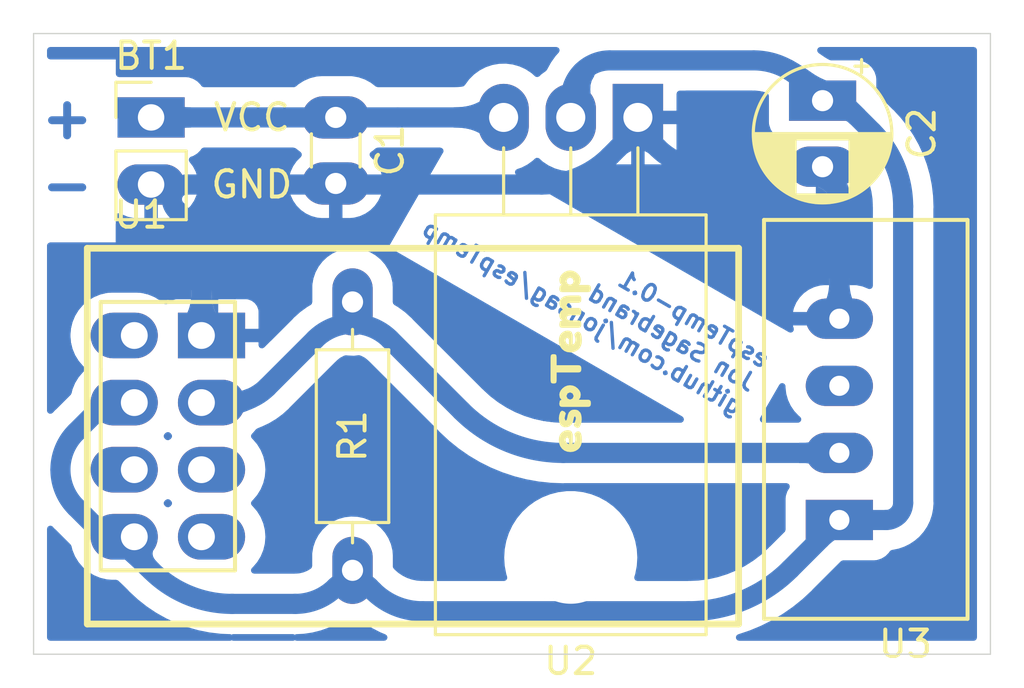
<source format=kicad_pcb>
(kicad_pcb (version 20211014) (generator pcbnew)
  (title_block (title "espTemp") (date "2022-12-15") (rev "0.1"))
  (layers (0 "F.Cu" signal) (31 "B.Cu" signal) (34 "B.Paste" user) (35 "F.Paste" user) (36 "B.SilkS" user "B.Silkscreen") (37 "F.SilkS" user "F.Silkscreen") (38 "B.Mask" user) (39 "F.Mask" user) (44 "Edge.Cuts" user))
  (net 0 "")
  (net 1 "GND")
  (net 2 "Net-(BT1-Pad1)")
  (net 3 "+3V3")
  (net 8 "TempSignal")
  (footprint "My_Headers:2-pin_power_input_header_larger_pads" (layer "F.Cu") (at 138.43 76.835)
    (fp_text reference "BT1" (at 0 -2.33) (layer "F.SilkS"))
    (fp_text value "3.6V" hide)
    (fp_text user "GND" (at 3.81 2.54) (layer "F.SilkS"))
    (fp_text user "VCC" (at 3.81 0) (layer "F.SilkS"))
    (fp_line (start -1.33 1.27) (end 1.33 1.27) (layer "F.SilkS") (width 0.12))
    (fp_line (start -1.33 1.27) (end -1.33 3.87) (layer "F.SilkS") (width 0.12))
    (fp_line (start -1.33 3.87) (end 1.33 3.87) (layer "F.SilkS") (width 0.12))
    (fp_line (start -1.33 0) (end -1.33 -1.33) (layer "F.SilkS") (width 0.12))
    (fp_line (start -1.33 -1.33) (end 0 -1.33) (layer "F.SilkS") (width 0.12))
    (fp_line (start 1.33 1.27) (end 1.33 3.87) (layer "F.SilkS") (width 0.12))
    (pad "1" thru_hole rect locked (at 0 0) (size 2.54 1.524) (drill 1) (layers *.Cu *.Mask) (net 2 "Net-(BT1-Pad1)"))
    (pad "2" thru_hole oval locked (at 0 2.54) (size 2.54 1.524) (drill 1) (layers *.Cu *.Mask) (net 1 "GND"))
  )
  (footprint "My_Misc:C_Disc_D3.0mm_W1.6mm_P2.50mm_larg" (layer "F.Cu") (at 145.415 76.835 -90)
    (fp_text reference "C1" (at 1.25 -2.05 90) (layer "F.SilkS"))
    (fp_text value "100n")
    (fp_line (start 0.621 0.92) (end 1.879 0.92) (layer "F.SilkS") (width 0.12))
    (fp_line (start 0.621 -0.92) (end 1.879 -0.92) (layer "F.SilkS") (width 0.12))
    (pad "1" thru_hole oval locked (at 0 0 270) (size 1.6 2.54) (drill 0.8) (layers *.Cu *.Mask) (net 2 "Net-(BT1-Pad1)"))
    (pad "2" thru_hole oval locked (at 2.5 0 270) (size 1.6 2.54) (drill 0.8) (layers *.Cu *.Mask) (net 1 "GND"))
  )
  (footprint "My_Misc:R_Axial_DIN0207_L6.3mm_D2.5mm_P10.16mm_Horizontal_larger_pads" (layer "F.Cu") (at 146.05 93.98 90)
    (fp_text reference "R1" (at 5.08 0 90) (layer "F.SilkS"))
    (fp_text value "4.7k" hide)
    (fp_line (start 1.04 0) (end 1.81 0) (layer "F.SilkS") (width 0.12))
    (fp_line (start 8.35 1.37) (end 8.35 -1.37) (layer "F.SilkS") (width 0.12))
    (fp_line (start 9.12 0) (end 8.35 0) (layer "F.SilkS") (width 0.12))
    (fp_line (start 1.81 1.37) (end 8.35 1.37) (layer "F.SilkS") (width 0.12))
    (fp_line (start 1.81 -1.37) (end 1.81 1.37) (layer "F.SilkS") (width 0.12))
    (fp_line (start 8.35 -1.37) (end 1.81 -1.37) (layer "F.SilkS") (width 0.12))
    (pad "1" thru_hole oval (at 0 0 90) (size 2.54 1.524) (drill 0.8) (layers *.Cu *.Mask) (net 3 "+3V3"))
    (pad "2" thru_hole oval (at 10.16 0 90) (size 2.54 1.524) (drill 0.8) (layers *.Cu *.Mask) (net 8 "TempSignal"))
  )
  (footprint "My_Arduino:ESP-01_w_pin_socket_large" (layer "F.Cu") (at 137.795 85.09)
    (fp_text reference "U1" (at 0.254 -4.572) (layer "F.SilkS"))
    (fp_text value "ESP-01")
    (fp_line (start -1.778 10.922) (end -1.778 -3.302) (layer "F.SilkS") (width 0.254))
    (fp_line (start 22.86 10.922) (end -1.778 10.922) (layer "F.SilkS") (width 0.254))
    (fp_line (start 3.81 8.89) (end 3.81 -1.27) (layer "F.SilkS") (width 0.1524))
    (fp_line (start -1.778 -3.302) (end 22.86 -3.302) (layer "F.SilkS") (width 0.254))
    (fp_line (start -1.27 8.89) (end 3.81 8.89) (layer "F.SilkS") (width 0.1524))
    (fp_line (start -1.27 1.27) (end -1.27 8.89) (layer "F.SilkS") (width 0.1524))
    (fp_line (start 1.27 -1.27) (end -1.27 -1.27) (layer "F.SilkS") (width 0.1524))
    (fp_line (start 22.86 -3.302) (end 22.86 10.922) (layer "F.SilkS") (width 0.254))
    (fp_line (start -1.27 -1.27) (end -1.27 1.27) (layer "F.SilkS") (width 0.1524))
    (fp_line (start 3.81 -1.27) (end 1.27 -1.27) (layer "F.SilkS") (width 0.1524))
    (pad "1" thru_hole rect (at 2.54 0) (size 2.54 1.7272) (drill 1.016 (offset 0.381 0)) (layers *.Cu *.Mask) (net 1 "GND"))
    (pad "2" thru_hole oval (at 0 0) (size 2.54 1.7272) (drill 1.016 (offset -0.381 0)) (layers *.Cu *.Mask))
    (pad "3" thru_hole oval (at 2.54 2.54) (size 2.54 1.7272) (drill 1.016 (offset 0.381 0)) (layers *.Cu *.Mask) (net 8 "TempSignal"))
    (pad "4" thru_hole oval (at 0 2.54) (size 2.54 1.7272) (drill 1.016 (offset -0.381 0)) (layers *.Cu *.Mask) (net 3 "+3V3"))
    (pad "5" thru_hole oval (at 2.54 5.08) (size 2.54 1.7272) (drill 1.016 (offset 0.381 0)) (layers *.Cu *.Mask))
    (pad "6" thru_hole oval (at 0 5.08) (size 2.54 1.7272) (drill 1.016 (offset -0.381 0)) (layers *.Cu *.Mask))
    (pad "7" thru_hole oval (at 2.54 7.62) (size 2.54 1.7272) (drill 1.016 (offset 0.381 0)) (layers *.Cu *.Mask))
    (pad "8" thru_hole oval (at 0 7.62) (size 2.54 1.7272) (drill 1.016 (offset -0.381 0)) (layers *.Cu *.Mask) (net 3 "+3V3"))
  )
  (footprint "My_Misc:TO-220-3_Horizontal_TabDown_large" (layer "F.Cu") (at 156.845 76.835 180)
    (fp_text reference "U2" (at 2.54 -20.58 180) (layer "F.SilkS"))
    (fp_text value "LD1117S33TR_SOT223" hide)
    (fp_line (start 7.66 -19.58) (end 7.66 -3.69) (layer "F.SilkS") (width 0.12))
    (fp_line (start 2.54 -3.69) (end 2.54 -1.15) (layer "F.SilkS") (width 0.12))
    (fp_line (start 0 -3.69) (end 0 -1.15) (layer "F.SilkS") (width 0.12))
    (fp_line (start -2.58 -19.58) (end -2.58 -3.69) (layer "F.SilkS") (width 0.12))
    (fp_line (start -2.58 -19.58) (end 7.66 -19.58) (layer "F.SilkS") (width 0.12))
    (fp_line (start -2.58 -3.69) (end 7.66 -3.69) (layer "F.SilkS") (width 0.12))
    (fp_line (start 5.08 -3.69) (end 5.08 -1.15) (layer "F.SilkS") (width 0.12))
    (pad "" np_thru_hole oval (at 2.54 -16.66 180) (size 3.5 3.5) (drill 3.5) (layers *.Cu *.Mask))
    (pad "1" thru_hole rect (at 0 0 180) (size 1.905 2.54) (drill 1.1) (layers *.Cu *.Mask) (net 1 "GND"))
    (pad "2" thru_hole oval (at 2.54 0 180) (size 1.905 2.54) (drill 1.1) (layers *.Cu *.Mask) (net 3 "+3V3"))
    (pad "3" thru_hole oval (at 5.08 0 180) (size 1.905 2.54) (drill 1.1) (layers *.Cu *.Mask) (net 2 "Net-(BT1-Pad1)"))
  )
  (footprint "My_Parts:DHT22,RHT03,CM2303_100mil_large" (layer "F.Cu") (at 164.465 92.075 180)
    (fp_text reference "U3" (at -2.5 -4.69) (layer "F.SilkS"))
    (fp_text value "DHT22,CM2303" hide)
    (fp_line (start 2.85 11.36) (end -4.85 11.36) (layer "F.SilkS") (width 0.15))
    (fp_line (start -4.85 11.36) (end -4.85 -3.74) (layer "F.SilkS") (width 0.15))
    (fp_line (start 2.85 -3.74) (end 2.85 11.36) (layer "F.SilkS") (width 0.15))
    (fp_line (start -4.85 -3.74) (end 2.85 -3.74) (layer "F.SilkS") (width 0.15))
    (pad "1" thru_hole rect locked (at 0 0 180) (size 2.54 1.524) (drill 0.762) (layers *.Cu *.Mask) (net 3 "+3V3"))
    (pad "2" thru_hole oval locked (at 0 2.54 180) (size 2.54 1.524) (drill 0.762) (layers *.Cu *.Mask) (net 8 "TempSignal"))
    (pad "3" thru_hole oval locked (at 0 5.08 180) (size 2.54 1.524) (drill 0.762) (layers *.Cu *.Mask))
    (pad "4" thru_hole oval locked (at 0 7.62 180) (size 2.54 1.524) (drill 0.762) (layers *.Cu *.Mask) (net 1 "GND"))
  )
  (footprint "kibuzzard-62077BA3" (layer "F.Cu") (at 154.305 86.065 90)
    (fp_text reference "kibuzzard-62077BA3" hide)
    (fp_text value "G***" hide)
    (fp_poly (pts (xy -2.497931 0.327025) (xy -2.528094 0.2667) (xy -2.513013 0.214709) (xy -2.467769 0.141288) (xy -2.411413 0.1143) (xy -2.305844 0.153194) (xy -2.185194 0.192088) (xy -2.112566 0.182563) (xy -2.088356 0.153988) (xy -2.114947 0.127794) (xy -2.194719 0.109538) (xy -2.294334 0.083741) (xy -2.393156 0.034925) (xy -2.469356 -0.054769) (xy -2.491978 -0.121642) (xy -2.499519 -0.200025) (xy -2.485739 -0.290322) (xy -2.444401 -0.360553) (xy -2.375503 -0.410718) (xy -2.279047 -0.440817) (xy -2.155031 -0.45085) (xy -2.040731 -0.437356) (xy -1.923256 -0.396875) (xy -1.867694 -0.333375) (xy -1.902619 -0.239713) (xy -1.974056 -0.18415) (xy -2.0447 -0.207963) (xy -2.156619 -0.231775) (xy -2.250281 -0.19685) (xy -2.223294 -0.157559) (xy -2.142331 -0.134938) (xy -2.039144 -0.1143) (xy -1.939131 -0.074613) (xy -1.862138 0.002381) (xy -1.83892 0.064095) (xy -1.831181 0.1397) (xy -1.83892 0.216098) (xy -1.862138 0.280194) (xy -1.948656 0.366713) (xy -2.022122 0.394053) (xy -2.107053 0.410457) (xy -2.20345 0.415925) (xy -2.304256 0.406047) (xy -2.402417 0.376414) (xy -2.497931 0.327025)) (layer "F.SilkS") (width 0) (fill solid))
    (fp_poly (pts (xy -1.727994 0.62865) (xy -1.413669 -0.119063) (xy -1.450181 -0.0254) (xy -1.412875 0.067469) (xy -1.317625 0.109538) (xy -1.2192 0.068263) (xy -1.178719 -0.0254) (xy -1.216819 -0.119856) (xy -1.316038 -0.161925) (xy -1.413669 -0.119063) (xy -1.727994 0.62865) (xy -1.727994 -0.29845) (xy -1.725613 -0.352425) (xy -1.712119 -0.392113) (xy -1.674416 -0.424259) (xy -1.605756 -0.434975) (xy -1.49225 -0.413544) (xy -1.458119 -0.350838) (xy -1.38053 -0.41275) (xy -1.268413 -0.433388) (xy -1.183658 -0.419806) (xy -1.101901 -0.37906) (xy -1.023144 -0.31115) (xy -0.958762 -0.225249) (xy -0.920133 -0.130528) (xy -0.907256 -0.026988) (xy -0.920044 0.076553) (xy -0.958409 0.171274) (xy -1.02235 0.257175) (xy -1.100755 0.325085) (xy -1.182511 0.365831) (xy -1.267619 0.379413) (xy -1.379934 0.361156) (xy -1.456531 0.306388) (xy -1.456531 0.627063) (xy -1.458913 0.681038) (xy -1.4732 0.721519) (xy -1.513681 0.754063) (xy -1.591469 0.763588) (xy -1.67005 0.754063) (xy -1.711325 0.722313) (xy -1.725613 0.682625) (xy -1.727994 0.62865)) (layer "F.SilkS") (width 0) (fill solid))
    (fp_poly (pts (xy -0.727869 -0.763588) (xy 0.154781 -0.763588) (xy 0.229394 -0.751681) (xy 0.261144 -0.714375) (xy 0.269081 -0.6477) (xy 0.261144 -0.581819) (xy 0.234156 -0.547688) (xy 0.153194 -0.5334) (xy -0.150019 -0.5334) (xy -0.150019 0.265113) (xy -0.1524 0.319088) (xy -0.166688 0.359569) (xy -0.208756 0.392113) (xy -0.288131 0.401638) (xy -0.366713 0.392113) (xy -0.407988 0.359569) (xy -0.422275 0.318294) (xy -0.424656 0.263525) (xy -0.424656 -0.5334) (xy -0.729456 -0.5334) (xy -0.804069 -0.545306) (xy -0.835819 -0.582613) (xy -0.843756 -0.649288) (xy -0.835819 -0.715169) (xy -0.808831 -0.7493) (xy -0.727869 -0.763588)) (layer "F.SilkS") (width 0) (fill solid))
    (fp_poly (pts (xy 1.007269 0.074613) (xy 0.827881 -0.06985) (xy 0.888206 -0.12065) (xy 0.860425 -0.179388) (xy 0.78105 -0.201613) (xy 0.678656 -0.159544) (xy 0.627856 -0.06985) (xy 0.827881 -0.06985) (xy 1.007269 0.074613) (xy 0.631031 0.074613) (xy 0.683419 0.149225) (xy 0.788194 0.179388) (xy 0.870347 0.174625) (xy 0.932656 0.160338) (xy 0.950119 0.153988) (xy 1.013619 0.136525) (xy 1.100931 0.207963) (xy 1.121569 0.280988) (xy 1.100435 0.342801) (xy 1.037034 0.386953) (xy 0.931366 0.413445) (xy 0.783431 0.422275) (xy 0.672505 0.412155) (xy 0.574675 0.381794) (xy 0.493514 0.334764) (xy 0.432594 0.274638) (xy 0.377031 0.185561) (xy 0.343694 0.089782) (xy 0.332581 -0.0127) (xy 0.346957 -0.137142) (xy 0.390084 -0.243769) (xy 0.461963 -0.332581) (xy 0.55536 -0.399168) (xy 0.663046 -0.43912) (xy 0.785019 -0.452438) (xy 0.888008 -0.442714) (xy 0.976313 -0.413544) (xy 1.049933 -0.364927) (xy 1.108869 -0.296863) (xy 1.14935 -0.210542) (xy 1.162844 -0.116681) (xy 1.150739 -0.03175) (xy 1.114425 0.027781) (xy 1.007269 0.074613)) (layer "F.SilkS") (width 0) (fill solid))
    (fp_poly (pts (xy -2.763044 0.074613) (xy -2.942431 -0.06985) (xy -2.882106 -0.12065) (xy -2.909888 -0.179388) (xy -2.989263 -0.201613) (xy -3.091656 -0.159544) (xy -3.142456 -0.06985) (xy -2.942431 -0.06985) (xy -2.763044 0.074613) (xy -3.139281 0.074613) (xy -3.086894 0.149225) (xy -2.982119 0.179388) (xy -2.899966 0.174625) (xy -2.837656 0.160338) (xy -2.820194 0.153988) (xy -2.756694 0.136525) (xy -2.669381 0.207963) (xy -2.648744 0.280988) (xy -2.669877 0.342801) (xy -2.733278 0.386953) (xy -2.838946 0.413445) (xy -2.986881 0.422275) (xy -3.097808 0.412155) (xy -3.195638 0.381794) (xy -3.276798 0.334764) (xy -3.337719 0.274638) (xy -3.393281 0.185561) (xy -3.426619 0.089782) (xy -3.437731 -0.0127) (xy -3.423356 -0.137142) (xy -3.380228 -0.243769) (xy -3.30835 -0.332581) (xy -3.214952 -0.399168) (xy -3.107267 -0.43912) (xy -2.985294 -0.452438) (xy -2.882305 -0.442714) (xy -2.794 -0.413544) (xy -2.72038 -0.364927) (xy -2.661444 -0.296863) (xy -2.620963 -0.210542) (xy -2.607469 -0.116681) (xy -2.619573 -0.03175) (xy -2.655888 0.027781) (xy -2.763044 0.074613)) (layer "F.SilkS") (width 0) (fill solid))
    (fp_poly (pts (xy 1.539081 -0.32385) (xy 1.621234 -0.408384) (xy 1.718469 -0.436563) (xy 1.817247 -0.421217) (xy 1.89768 -0.375179) (xy 1.959769 -0.29845) (xy 2.001838 -0.348456) (xy 2.080419 -0.405606) (xy 2.191544 -0.436563) (xy 2.308225 -0.412155) (xy 2.404269 -0.338931) (xy 2.451894 -0.259644) (xy 2.480469 -0.151959) (xy 2.489994 -0.015875) (xy 2.489994 0.261938) (xy 2.487613 0.316706) (xy 2.472531 0.358775) (xy 2.431653 0.390922) (xy 2.350294 0.401638) (xy 2.269728 0.390525) (xy 2.228056 0.357188) (xy 2.214563 0.315119) (xy 2.212181 0.26035) (xy 2.212181 -0.017463) (xy 2.187575 -0.121047) (xy 2.113756 -0.155575) (xy 2.03835 -0.119063) (xy 2.018506 -0.015875) (xy 2.018506 0.261938) (xy 2.016125 0.3175) (xy 2.001044 0.358775) (xy 1.958975 0.390922) (xy 1.877219 0.401638) (xy 1.796653 0.390525) (xy 1.754981 0.357188) (xy 1.741488 0.315119) (xy 1.739106 0.26035) (xy 1.739106 -0.017463) (xy 1.7145 -0.121047) (xy 1.640681 -0.155575) (xy 1.569244 -0.121047) (xy 1.545431 -0.017463) (xy 1.545431 0.263525) (xy 1.54305 0.318294) (xy 1.527969 0.360363) (xy 1.485106 0.391319) (xy 1.404144 0.401638) (xy 1.323578 0.390922) (xy 1.281906 0.358775) (xy 1.268413 0.3175) (xy 1.266031 0.261938) (xy 1.266031 -0.296863) (xy 1.268413 -0.351631) (xy 1.283494 -0.392113) (xy 1.323578 -0.424259) (xy 1.396206 -0.434975) (xy 1.512094 -0.4064) (xy 1.539081 -0.32385)) (layer "F.SilkS") (width 0) (fill solid))
    (fp_poly (pts (xy 2.616994 0.62865) (xy 2.931319 -0.119063) (xy 2.894806 -0.0254) (xy 2.932113 0.067469) (xy 3.027363 0.109538) (xy 3.125788 0.068263) (xy 3.166269 -0.0254) (xy 3.128169 -0.119856) (xy 3.02895 -0.161925) (xy 2.931319 -0.119063) (xy 2.616994 0.62865) (xy 2.616994 -0.29845) (xy 2.619375 -0.352425) (xy 2.632869 -0.392113) (xy 2.670572 -0.424259) (xy 2.739231 -0.434975) (xy 2.852738 -0.413544) (xy 2.886869 -0.350838) (xy 2.964458 -0.41275) (xy 3.076575 -0.433388) (xy 3.16133 -0.419806) (xy 3.243086 -0.37906) (xy 3.321844 -0.31115) (xy 3.386226 -0.225249) (xy 3.424855 -0.130528) (xy 3.437731 -0.026988) (xy 3.424943 0.076553) (xy 3.386578 0.171274) (xy 3.322638 0.257175) (xy 3.244233 0.325085) (xy 3.162476 0.365831) (xy 3.077369 0.379413) (xy 2.965053 0.361156) (xy 2.888456 0.306388) (xy 2.888456 0.627063) (xy 2.886075 0.681038) (xy 2.871788 0.721519) (xy 2.831306 0.754063) (xy 2.753519 0.763588) (xy 2.674938 0.754063) (xy 2.633663 0.722313) (xy 2.619375 0.682625) (xy 2.616994 0.62865)) (layer "F.SilkS") (width 0) (fill solid))
  )
  (footprint "My_Misc:CP_Radial_D5.0mm_P2.50mm_larger_pads" (layer "F.Cu") (at 163.83 76.2 -90)
    (fp_text reference "C2" (at 1.25 -3.75 90) (layer "F.SilkS"))
    (fp_text value "10u" hide)
    (fp_line (start 3.451 1.04) (end 3.451 1.383) (layer "F.SilkS") (width 0.12))
    (fp_line (start 2.851 1.04) (end 2.851 2.035) (layer "F.SilkS") (width 0.12))
    (fp_line (start 1.85 -2.511) (end 1.85 -1.04) (layer "F.SilkS") (width 0.12))
    (fp_line (start 1.61 -2.556) (end 1.61 -1.04) (layer "F.SilkS") (width 0.12))
    (fp_line (start 1.81 1.04) (end 1.81 2.52) (layer "F.SilkS") (width 0.12))
    (fp_line (start 3.011 1.04) (end 3.011 1.901) (layer "F.SilkS") (width 0.12))
    (fp_line (start 1.77 1.04) (end 1.77 2.528) (layer "F.SilkS") (width 0.12))
    (fp_line (start 1.57 1.04) (end 1.57 2.561) (layer "F.SilkS") (width 0.12))
    (fp_line (start 3.531 1.04) (end 3.531 1.251) (layer "F.SilkS") (width 0.12))
    (fp_line (start 3.131 -1.785) (end 3.131 -1.04) (layer "F.SilkS") (width 0.12))
    (fp_line (start 3.611 -1.098) (end 3.611 1.098) (layer "F.SilkS") (width 0.12))
    (fp_line (start 3.051 -1.864) (end 3.051 -1.04) (layer "F.SilkS") (width 0.12))
    (fp_line (start 2.811 -2.065) (end 2.811 -1.04) (layer "F.SilkS") (width 0.12))
    (fp_line (start 1.65 -2.55) (end 1.65 -1.04) (layer "F.SilkS") (width 0.12))
    (fp_line (start 1.89 -2.501) (end 1.89 -1.04) (layer "F.SilkS") (width 0.12))
    (fp_line (start 2.771 1.04) (end 2.771 2.095) (layer "F.SilkS") (width 0.12))
    (fp_line (start 3.771 -0.677) (end 3.771 0.677) (layer "F.SilkS") (width 0.12))
    (fp_line (start 2.251 -2.382) (end 2.251 -1.04) (layer "F.SilkS") (width 0.12))
    (fp_line (start 2.011 1.04) (end 2.011 2.468) (layer "F.SilkS") (width 0.12))
    (fp_line (start 2.611 -2.2) (end 2.611 -1.04) (layer "F.SilkS") (width 0.12))
    (fp_line (start 1.49 1.04) (end 1.49 2.569) (layer "F.SilkS") (width 0.12))
    (fp_line (start 1.29 -2.58) (end 1.29 2.58) (layer "F.SilkS") (width 0.12))
    (fp_line (start 2.411 -2.31) (end 2.411 -1.04) (layer "F.SilkS") (width 0.12))
    (fp_line (start 2.211 1.04) (end 2.211 2.398) (layer "F.SilkS") (width 0.12))
    (fp_line (start 1.77 -2.528) (end 1.77 -1.04) (layer "F.SilkS") (width 0.12))
    (fp_line (start 3.371 -1.5) (end 3.371 -1.04) (layer "F.SilkS") (width 0.12))
    (fp_line (start 2.331 -2.348) (end 2.331 -1.04) (layer "F.SilkS") (width 0.12))
    (fp_line (start 2.091 1.04) (end 2.091 2.442) (layer "F.SilkS") (width 0.12))
    (fp_line (start 3.371 1.04) (end 3.371 1.5) (layer "F.SilkS") (width 0.12))
    (fp_line (start 3.171 1.04) (end 3.171 1.743) (layer "F.SilkS") (width 0.12))
    (fp_line (start 3.691 -0.915) (end 3.691 0.915) (layer "F.SilkS") (width 0.12))
    (fp_line (start 2.211 -2.398) (end 2.211 -1.04) (layer "F.SilkS") (width 0.12))
    (fp_line (start 2.531 -2.247) (end 2.531 -1.04) (layer "F.SilkS") (width 0.12))
    (fp_line (start 2.771 -2.095) (end 2.771 -1.04) (layer "F.SilkS") (width 0.12))
    (fp_line (start 2.891 -2.004) (end 2.891 -1.04) (layer "F.SilkS") (width 0.12))
    (fp_line (start 2.691 1.04) (end 2.691 2.149) (layer "F.SilkS") (width 0.12))
    (fp_line (start 1.53 1.04) (end 1.53 2.565) (layer "F.SilkS") (width 0.12))
    (fp_line (start 2.051 1.04) (end 2.051 2.455) (layer "F.SilkS") (width 0.12))
    (fp_line (start 2.691 -2.149) (end 2.691 -1.04) (layer "F.SilkS") (width 0.12))
    (fp_line (start 3.291 1.04) (end 3.291 1.605) (layer "F.SilkS") (width 0.12))
    (fp_line (start 1.25 -2.58) (end 1.25 2.58) (layer "F.SilkS") (width 0.12))
    (fp_line (start 1.53 -2.565) (end 1.53 -1.04) (layer "F.SilkS") (width 0.12))
    (fp_line (start 2.291 -2.365) (end 2.291 -1.04) (layer "F.SilkS") (width 0.12))
    (fp_line (start 1.49 -2.569) (end 1.49 -1.04) (layer "F.SilkS") (width 0.12))
    (fp_line (start 1.61 1.04) (end 1.61 2.556) (layer "F.SilkS") (width 0.12))
    (fp_line (start 1.69 -2.543) (end 1.69 -1.04) (layer "F.SilkS") (width 0.12))
    (fp_line (start 3.011 -1.901) (end 3.011 -1.04) (layer "F.SilkS") (width 0.12))
    (fp_line (start 3.411 1.04) (end 3.411 1.443) (layer "F.SilkS") (width 0.12))
    (fp_line (start 3.331 1.04) (end 3.331 1.554) (layer "F.SilkS") (width 0.12))
    (fp_line (start 2.491 1.04) (end 2.491 2.268) (layer "F.SilkS") (width 0.12))
    (fp_line (start 1.93 -2.491) (end 1.93 -1.04) (layer "F.SilkS") (width 0.12))
    (fp_line (start 2.131 -2.428) (end 2.131 -1.04) (layer "F.SilkS") (width 0.12))
    (fp_line (start 1.33 -2.579) (end 1.33 2.579) (layer "F.SilkS") (width 0.12))
    (fp_line (start 1.971 -2.48) (end 1.971 -1.04) (layer "F.SilkS") (width 0.12))
    (fp_line (start 3.571 -1.178) (end 3.571 1.178) (layer "F.SilkS") (width 0.12))
    (fp_line (start 2.171 -2.414) (end 2.171 -1.04) (layer "F.SilkS") (width 0.12))
    (fp_line (start 2.451 -2.29) (end 2.451 -1.04) (layer "F.SilkS") (width 0.12))
    (fp_line (start 3.651 -1.011) (end 3.651 1.011) (layer "F.SilkS") (width 0.12))
    (fp_line (start 1.57 -2.561) (end 1.57 -1.04) (layer "F.SilkS") (width 0.12))
    (fp_line (start 3.211 -1.699) (end 3.211 -1.04) (layer "F.SilkS") (width 0.12))
    (fp_line (start 3.091 -1.826) (end 3.091 -1.04) (layer "F.SilkS") (width 0.12))
    (fp_line (start 3.051 1.04) (end 3.051 1.864) (layer "F.SilkS") (width 0.12))
    (fp_line (start 2.611 1.04) (end 2.611 2.2) (layer "F.SilkS") (width 0.12))
    (fp_line (start 3.291 -1.605) (end 3.291 -1.04) (layer "F.SilkS") (width 0.12))
    (fp_line (start 3.731 -0.805) (end 3.731 0.805) (layer "F.SilkS") (width 0.12))
    (fp_line (start 2.571 1.04) (end 2.571 2.224) (layer "F.SilkS") (width 0.12))
    (fp_line (start 3.811 -0.518) (end 3.811 0.518) (layer "F.SilkS") (width 0.12))
    (fp_line (start 2.651 1.04) (end 2.651 2.175) (layer "F.SilkS") (width 0.12))
    (fp_line (start 2.171 1.04) (end 2.171 2.414) (layer "F.SilkS") (width 0.12))
    (fp_line (start 3.091 1.04) (end 3.091 1.826) (layer "F.SilkS") (width 0.12))
    (fp_line (start -1.554775 -1.475) (end -1.054775 -1.475) (layer "F.SilkS") (width 0.12))
    (fp_line (start 2.491 -2.268) (end 2.491 -1.04) (layer "F.SilkS") (width 0.12))
    (fp_line (start 2.091 -2.442) (end 2.091 -1.04) (layer "F.SilkS") (width 0.12))
    (fp_line (start 1.45 -2.573) (end 1.45 2.573) (layer "F.SilkS") (width 0.12))
    (fp_line (start 1.971 1.04) (end 1.971 2.48) (layer "F.SilkS") (width 0.12))
    (fp_line (start 1.89 1.04) (end 1.89 2.501) (layer "F.SilkS") (width 0.12))
    (fp_line (start 2.971 1.04) (end 2.971 1.937) (layer "F.SilkS") (width 0.12))
    (fp_line (start 2.331 1.04) (end 2.331 2.348) (layer "F.SilkS") (width 0.12))
    (fp_line (start -1.304775 -1.725) (end -1.304775 -1.225) (layer "F.SilkS") (width 0.12))
    (fp_line (start 2.851 -2.035) (end 2.851 -1.04) (layer "F.SilkS") (width 0.12))
    (fp_line (start 3.211 1.04) (end 3.211 1.699) (layer "F.SilkS") (width 0.12))
    (fp_line (start 3.491 -1.319) (end 3.491 -1.04) (layer "F.SilkS") (width 0.12))
    (fp_line (start 2.291 1.04) (end 2.291 2.365) (layer "F.SilkS") (width 0.12))
    (fp_line (start 3.531 -1.251) (end 3.531 -1.04) (layer "F.SilkS") (width 0.12))
    (fp_line (start 1.73 -2.536) (end 1.73 -1.04) (layer "F.SilkS") (width 0.12))
    (fp_line (start 3.411 -1.443) (end 3.411 -1.04) (layer "F.SilkS") (width 0.12))
    (fp_line (start 2.251 1.04) (end 2.251 2.382) (layer "F.SilkS") (width 0.12))
    (fp_line (start 1.93 1.04) (end 1.93 2.491) (layer "F.SilkS") (width 0.12))
    (fp_line (start 2.011 -2.468) (end 2.011 -1.04) (layer "F.SilkS") (width 0.12))
    (fp_line (start 2.891 1.04) (end 2.891 2.004) (layer "F.SilkS") (width 0.12))
    (fp_line (start 1.73 1.04) (end 1.73 2.536) (layer "F.SilkS") (width 0.12))
    (fp_line (start 2.371 -2.329) (end 2.371 -1.04) (layer "F.SilkS") (width 0.12))
    (fp_line (start 1.69 1.04) (end 1.69 2.543) (layer "F.SilkS") (width 0.12))
    (fp_line (start 3.851 -0.284) (end 3.851 0.284) (layer "F.SilkS") (width 0.12))
    (fp_line (start 2.931 -1.971) (end 2.931 -1.04) (layer "F.SilkS") (width 0.12))
    (fp_line (start 3.251 1.04) (end 3.251 1.653) (layer "F.SilkS") (width 0.12))
    (fp_line (start 2.971 -1.937) (end 2.971 -1.04) (layer "F.SilkS") (width 0.12))
    (fp_line (start 1.41 -2.576) (end 1.41 2.576) (layer "F.SilkS") (width 0.12))
    (fp_line (start 1.85 1.04) (end 1.85 2.511) (layer "F.SilkS") (width 0.12))
    (fp_line (start 3.131 1.04) (end 3.131 1.785) (layer "F.SilkS") (width 0.12))
    (fp_line (start 2.811 1.04) (end 2.811 2.065) (layer "F.SilkS") (width 0.12))
    (fp_line (start 2.531 1.04) (end 2.531 2.247) (layer "F.SilkS") (width 0.12))
    (fp_line (start 2.451 1.04) (end 2.451 2.29) (layer "F.SilkS") (width 0.12))
    (fp_line (start 3.331 -1.554) (end 3.331 -1.04) (layer "F.SilkS") (width 0.12))
    (fp_line (start 3.171 -1.743) (end 3.171 -1.04) (layer "F.SilkS") (width 0.12))
    (fp_line (start 3.251 -1.653) (end 3.251 -1.04) (layer "F.SilkS") (width 0.12))
    (fp_line (start 2.411 1.04) (end 2.411 2.31) (layer "F.SilkS") (width 0.12))
    (fp_line (start 1.81 -2.52) (end 1.81 -1.04) (layer "F.SilkS") (width 0.12))
    (fp_line (start 2.931 1.04) (end 2.931 1.971) (layer "F.SilkS") (width 0.12))
    (fp_line (start 1.37 -2.578) (end 1.37 2.578) (layer "F.SilkS") (width 0.12))
    (fp_line (start 3.491 1.04) (end 3.491 1.319) (layer "F.SilkS") (width 0.12))
    (fp_line (start 2.731 -2.122) (end 2.731 -1.04) (layer "F.SilkS") (width 0.12))
    (fp_line (start 2.051 -2.455) (end 2.051 -1.04) (layer "F.SilkS") (width 0.12))
    (fp_line (start 3.451 -1.383) (end 3.451 -1.04) (layer "F.SilkS") (width 0.12))
    (fp_line (start 2.731 1.04) (end 2.731 2.122) (layer "F.SilkS") (width 0.12))
    (fp_line (start 2.371 1.04) (end 2.371 2.329) (layer "F.SilkS") (width 0.12))
    (fp_line (start 2.571 -2.224) (end 2.571 -1.04) (layer "F.SilkS") (width 0.12))
    (fp_line (start 1.65 1.04) (end 1.65 2.55) (layer "F.SilkS") (width 0.12))
    (fp_line (start 2.131 1.04) (end 2.131 2.428) (layer "F.SilkS") (width 0.12))
    (fp_line (start 2.651 -2.175) (end 2.651 -1.04) (layer "F.SilkS") (width 0.12))
    (fp_circle (center 1.25 0) (end 3.87 0) (layer "F.SilkS") (width 0.12) (fill none))
    (pad "1" thru_hole rect (at 0 0 270) (size 1.524 2.54) (drill 0.8) (layers *.Cu *.Mask) (net 3 "+3V3"))
    (pad "2" thru_hole oval (at 2.5 0 270) (size 1.524 2.54) (drill 0.8) (layers *.Cu *.Mask) (net 1 "GND"))
  )
  (gr_line (start 170.18 97.155) (end 170.18 73.66) (layer "Edge.Cuts") (width 0.05))
  (gr_line (start 133.985 73.66) (end 133.985 97.155) (layer "Edge.Cuts") (width 0.05))
  (gr_line (start 170.18 73.66) (end 133.985 73.66) (layer "Edge.Cuts") (width 0.05))
  (gr_line (start 133.985 97.155) (end 170.18 97.155) (layer "Edge.Cuts") (width 0.05))
  (gr_text "-" (at 135.255 79.375) (layer "B.Cu") (effects (font (size 1.5 1.5) (thickness 0.3)) (justify mirror)))
  (gr_text "${TITLE}-${REVISION}\nJon Sagebrand\ngithub.com/jonsag/espTemp" (at 161.29 86.995 -30) (layer "B.Cu") (effects (font (size 0.635 0.635) (thickness 0.127)) (justify left mirror)))
  (gr_text "+" (at 135.255 76.835) (layer "B.Cu") (effects (font (size 1.5 1.5) (thickness 0.3)) (justify mirror)))
  (segment (start 147.758144 79.375) (end 143.071856 79.375) (width 0.762) (layer "B.Cu") (net 1))
  (segment (start 147.758144 79.375) (end 153.205601 79.375) (width 0.762) (layer "B.Cu") (net 1))
  (segment (start 140.335 82.627038) (end 140.335 85.09) (width 0.762) (layer "B.Cu") (net 1))
  (segment (start 143.071856 79.375) (end 139.777038 79.375) (width 0.762) (layer "B.Cu") (net 1))
  (segment (start 156.096545 77.991545) (end 155.779045 78.309045) (width 0.762) (layer "B.Cu") (net 1))
  (segment (start 159.400385 78.74) (end 163.380987 78.74) (width 0.762) (layer "B.Cu") (net 1))
  (segment (start 164.465 79.824012) (end 164.465 84.455) (width 0.762) (layer "B.Cu") (net 1))
  (arc (start 139.3825 80.3275) (mid 140.087453 81.382537) (end 140.335 82.627038) (width 0.762) (layer "B.Cu") (net 1))
  (arc (start 164.1475 79.0575) (mid 164.382484 79.409178) (end 164.465 79.824012) (width 0.762) (layer "B.Cu") (net 1))
  (arc (start 157.593455 77.991545) (mid 158.422481 78.545482) (end 159.400385 78.74) (width 0.762) (layer "B.Cu") (net 1))
  (arc (start 164.1475 79.0575) (mid 163.79582 78.822515) (end 163.380987 78.74) (width 0.762) (layer "B.Cu") (net 1))
  (arc (start 155.779045 78.309045) (mid 154.598339 79.097967) (end 153.205601 79.375) (width 0.762) (layer "B.Cu") (net 1))
  (arc (start 157.593455 77.991545) (mid 156.845 77.681524) (end 156.096545 77.991545) (width 0.762) (layer "B.Cu") (net 1))
  (arc (start 139.777038 79.375) (mid 139.261548 79.719438) (end 139.3825 80.3275) (width 0.762) (layer "B.Cu") (net 1))
  (segment (start 147.758144 76.835) (end 151.765 76.835) (width 0.762) (layer "B.Cu") (net 2))
  (segment (start 143.071856 76.835) (end 138.43 76.835) (width 0.762) (layer "B.Cu") (net 2))
  (segment (start 147.758144 76.835) (end 143.071856 76.835) (width 0.762) (layer "B.Cu") (net 2))
  (segment (start 136.550664 87.78916) (end 135.588712 88.751112) (width 0.762) (layer "B.Cu") (net 3))
  (segment (start 146.824 94.754) (end 146.684999 94.614999) (width 0.762) (layer "B.Cu") (net 3))
  (segment (start 148.692603 95.528001) (end 158.758035 95.528001) (width 0.762) (layer "B.Cu") (net 3))
  (segment (start 162.605791 93.934207) (end 163.746579 92.79342) (width 0.762) (layer "B.Cu") (net 3))
  (segment (start 137.252412 92.71) (end 137.795 92.71) (width 0.762) (layer "B.Cu") (net 3))
  (segment (start 165.481 92.075) (end 166.227585 92.075) (width 0.762) (layer "B.Cu") (net 3))
  (segment (start 166.87801 91.424575) (end 166.87801 80.204735) (width 0.762) (layer "B.Cu") (net 3))
  (segment (start 163.067999 75.437999) (end 163.581773 75.951773) (width 0.762) (layer "B.Cu") (net 3))
  (segment (start 138.429999 93.979999) (end 137.16 92.71) (width 0.762) (layer "B.Cu") (net 3))
  (segment (start 161.228367 74.675999) (end 155.779255 74.675999) (width 0.762) (layer "B.Cu") (net 3))
  (segment (start 164.780316 76.448226) (end 165.70505 77.37296) (width 0.762) (layer "B.Cu") (net 3))
  (segment (start 143.881976 95.249999) (end 141.496049 95.249999) (width 0.762) (layer "B.Cu") (net 3))
  (segment (start 136.934912 87.63) (end 137.16 87.63) (width 0.762) (layer "B.Cu") (net 3))
  (segment (start 154.305 76.150254) (end 154.305 76.835) (width 0.762) (layer "B.Cu") (net 3))
  (segment (start 135.588712 91.588887) (end 136.326157 92.326332) (width 0.762) (layer "B.Cu") (net 3))
  (arc (start 166.87801 91.424575) (mid 166.828499 91.673481) (end 166.687505 91.884495) (width 0.762) (layer "B.Cu") (net 3))
  (arc (start 136.326157 92.326332) (mid 136.751126 92.610287) (end 137.252412 92.71) (width 0.762) (layer "B.Cu") (net 3))
  (arc (start 165.481 92.075) (mid 164.542338 92.261711) (end 163.746579 92.79342) (width 0.762) (layer "B.Cu") (net 3))
  (arc (start 146.824 94.754) (mid 147.681322 95.326844) (end 148.692603 95.528001) (width 0.762) (layer "B.Cu") (net 3))
  (arc (start 146.684999 94.614999) (mid 146.049999 94.351973) (end 145.415 94.614999) (width 0.762) (layer "B.Cu") (net 3))
  (arc (start 162.605791 93.934207) (mid 160.840425 95.113787) (end 158.758035 95.528001) (width 0.762) (layer "B.Cu") (net 3))
  (arc (start 163.581773 75.951773) (mid 163.856721 76.135487) (end 164.181045 76.2) (width 0.762) (layer "B.Cu") (net 3))
  (arc (start 166.687505 91.884495) (mid 166.476491 92.025489) (end 166.227585 92.075) (width 0.762) (layer "B.Cu") (net 3))
  (arc (start 165.70505 77.37296) (mid 166.573167 78.672189) (end 166.87801 80.204735) (width 0.762) (layer "B.Cu") (net 3))
  (arc (start 163.067999 75.437999) (mid 162.223968 74.874036) (end 161.228367 74.675999) (width 0.762) (layer "B.Cu") (net 3))
  (arc (start 135.00099 90.17) (mid 135.153733 90.937896) (end 135.588712 91.588887) (width 0.762) (layer "B.Cu") (net 3))
  (arc (start 136.934912 87.63) (mid 136.726958 87.671364) (end 136.550664 87.78916) (width 0.762) (layer "B.Cu") (net 3))
  (arc (start 164.780316 76.448226) (mid 164.505368 76.264511) (end 164.181045 76.2) (width 0.762) (layer "B.Cu") (net 3))
  (arc (start 135.588712 88.751112) (mid 135.153733 89.402103) (end 135.00099 90.17) (width 0.762) (layer "B.Cu") (net 3))
  (arc (start 154.736799 75.107798) (mid 154.41722 75.586081) (end 154.305 76.150254) (width 0.762) (layer "B.Cu") (net 3))
  (arc (start 138.429999 93.979999) (mid 139.836714 94.919936) (end 141.496049 95.249999) (width 0.762) (layer "B.Cu") (net 3))
  (arc (start 155.779255 74.675999) (mid 155.215082 74.788219) (end 154.736799 75.107798) (width 0.762) (layer "B.Cu") (net 3))
  (arc (start 145.415 94.614999) (mid 144.711642 95.084967) (end 143.881976 95.249999) (width 0.762) (layer "B.Cu") (net 3))
  (segment (start 141.4145 87.63) (end 140.6525 87.63) (width 0.762) (layer "B.Cu") (net 8))
  (segment (start 147.464212 85.234212) (end 150.171207 87.941207) (width 0.762) (layer "B.Cu") (net 8))
  (segment (start 142.823716 87.046283) (end 144.635787 85.234212) (width 0.762) (layer "B.Cu") (net 8))
  (segment (start 140.589 87.5665) (end 140.589 87.503) (width 0.762) (layer "B.Cu") (net 8))
  (segment (start 154.018963 89.535) (end 164.465 89.535) (width 0.762) (layer "B.Cu") (net 8))
  (arc (start 147.464212 85.234212) (mid 146.049999 84.648426) (end 144.635787 85.234212) (width 0.762) (layer "B.Cu") (net 8))
  (arc (start 142.823716 87.046283) (mid 142.177162 87.478296) (end 141.4145 87.63) (width 0.762) (layer "B.Cu") (net 8))
  (arc (start 150.171207 87.941207) (mid 151.936572 89.120786) (end 154.018963 89.535) (width 0.762) (layer "B.Cu") (net 8))
  (arc (start 140.589 87.5665) (mid 140.607598 87.611401) (end 140.6525 87.63) (width 0.762) (layer "B.Cu") (net 8))
  (zone (net 1) (net_name "GND") (layer "B.Cu") (connect_pads (clearance 0.508)) (min_thickness 0.254) (fill yes (thermal_gap 0.508) (thermal_bridge_width 0.508))
    (polygon (pts (xy 170.815 97.79) (xy 133.35 97.79) (xy 133.35 73.025) (xy 170.815 73.025)))
  )
  (zone (net 3) (net_name "+3V3") (layer "B.Cu") (priority 16962) (connect_pads yes (clearance 0)) (min_thickness 0.0254) (fill yes (thermal_gap 0.508) (thermal_bridge_width 0.508))
    (polygon (pts (xy 138.648176 93.65936) (xy 138.595688 93.60261) (xy 138.553965 93.548014) (xy 138.522566 93.495002) (xy 138.50105 93.443004) (xy 138.488977 93.39145) (xy 138.485907 93.33977) (xy 138.4914 93.287395) (xy 138.505015 93.233754) (xy 138.526312 93.178279) (xy 138.554852 93.1204) (xy 137.814074 92.278622) (xy 137.184343 93.320657) (xy 137.288011 93.422995) (xy 137.379395 93.51077) (xy 137.462171 93.588225) (xy 137.540014 93.659608) (xy 137.6166 93.729165) (xy 137.695607 93.801143) (xy 137.78071 93.879786) (xy 137.875586 93.969342) (xy 137.98391 94.074056) (xy 138.10936 94.198176)))
  )
  (zone (net 3) (net_name "+3V3") (layer "B.Cu") (priority 16962) (connect_pads yes (clearance 0)) (min_thickness 0.0254) (fill yes (thermal_gap 0.508) (thermal_bridge_width 0.508))
    (polygon (pts (xy 165.428999 76.558094) (xy 165.290612 76.424279) (xy 165.167912 76.313988) (xy 165.057715 76.222077) (xy 164.956833 76.143401) (xy 164.862083 76.072816) (xy 164.770279 76.005176) (xy 164.678236 75.935338) (xy 164.582767 75.858156) (xy 164.480688 75.768487) (xy 164.368815 75.661185) (xy 163.460891 76.10556) (xy 163.98179 76.946728) (xy 164.086136 76.924316) (xy 164.183601 76.902924) (xy 164.275639 76.885289) (xy 164.363705 76.874147) (xy 164.449255 76.872235) (xy 164.533744 76.882289) (xy 164.618625 76.907047) (xy 164.705356 76.949245) (xy 164.79539 77.01162) (xy 164.890184 77.096909)))
  )
  (zone (net 3) (net_name "+3V3") (layer "B.Cu") (priority 16962) (connect_pads yes (clearance 0)) (min_thickness 0.0254) (fill yes (thermal_gap 0.508) (thermal_bridge_width 0.508))
    (polygon (pts (xy 165.428999 76.558094) (xy 165.290612 76.424279) (xy 165.167912 76.313988) (xy 165.057715 76.222077) (xy 164.956833 76.143401) (xy 164.862083 76.072816) (xy 164.770279 76.005176) (xy 164.678236 75.935338) (xy 164.582767 75.858156) (xy 164.480688 75.768487) (xy 164.368815 75.661185) (xy 163.460891 76.10556) (xy 163.98179 76.946728) (xy 164.086136 76.924316) (xy 164.183601 76.902924) (xy 164.275639 76.885289) (xy 164.363705 76.874147) (xy 164.449255 76.872235) (xy 164.533744 76.882289) (xy 164.618625 76.907047) (xy 164.705356 76.949245) (xy 164.79539 77.01162) (xy 164.890184 77.096909)))
  )
  (zone (net 2) (net_name "Net-(BT1-Pad1)") (layer "B.Cu") (priority 16962) (connect_pads yes (clearance 0)) (min_thickness 0.0254) (fill yes (thermal_gap 0.508) (thermal_bridge_width 0.508))
    (polygon (pts (xy 139.952 76.454) (xy 139.781387 76.451247) (xy 139.634876 76.442859) (xy 139.507729 76.428638) (xy 139.395212 76.408387) (xy 139.292589 76.381908) (xy 139.195125 76.349005) (xy 139.098084 76.309479) (xy 138.996731 76.263135) (xy 138.886331 76.209774) (xy 138.762148 76.1492) (xy 138.049 76.835) (xy 138.762148 77.5208) (xy 138.886331 77.460225) (xy 138.996731 77.406864) (xy 139.098084 77.36052) (xy 139.195125 77.320994) (xy 139.292589 77.288091) (xy 139.395212 77.261612) (xy 139.507729 77.241361) (xy 139.634876 77.22714) (xy 139.781387 77.218752) (xy 139.952 77.216)))
  )
  (zone (net 3) (net_name "+3V3") (layer "B.Cu") (priority 16962) (connect_pads yes (clearance 0)) (min_thickness 0.0254) (fill yes (thermal_gap 0.508) (thermal_bridge_width 0.508))
    (polygon (pts (xy 138.648176 93.65936) (xy 138.595688 93.60261) (xy 138.553965 93.548014) (xy 138.522566 93.495002) (xy 138.50105 93.443004) (xy 138.488977 93.39145) (xy 138.485907 93.33977) (xy 138.4914 93.287395) (xy 138.505015 93.233754) (xy 138.526312 93.178279) (xy 138.554852 93.1204) (xy 137.814074 92.278622) (xy 137.184343 93.320657) (xy 137.288011 93.422995) (xy 137.379395 93.51077) (xy 137.462171 93.588225) (xy 137.540014 93.659608) (xy 137.6166 93.729165) (xy 137.695607 93.801143) (xy 137.78071 93.879786) (xy 137.875586 93.969342) (xy 137.98391 94.074056) (xy 138.10936 94.198176)))
  )
  (zone (net 3) (net_name "+3V3") (layer "B.Cu") (priority 16962) (connect_pads yes (clearance 0)) (min_thickness 0.0254) (fill yes (thermal_gap 0.508) (thermal_bridge_width 0.508))
    (polygon (pts (xy 162.27836 75.320917) (xy 162.446829 75.418796) (xy 162.58447 75.514799) (xy 162.695735 75.610881) (xy 162.785078 75.708999) (xy 162.856953 75.811111) (xy 162.915815 75.919173) (xy 162.966117 76.035143) (xy 163.012313 76.160977) (xy 163.058856 76.298634) (xy 163.110202 76.450069) (xy 164.099407 76.469407) (xy 164.080069 75.480202) (xy 163.906747 75.414493) (xy 163.759141 75.347704) (xy 163.630038 75.278794) (xy 163.512228 75.20672) (xy 163.398498 75.13044) (xy 163.281637 75.048912) (xy 163.154434 74.961094) (xy 163.009677 74.865944) (xy 162.840156 74.76242) (xy 162.638658 74.649481)))
  )
  (zone (net 1) (net_name "GND") (layer "B.Cu") (priority 16962) (connect_pads yes (clearance 0)) (min_thickness 0.0254) (fill yes (thermal_gap 0.508) (thermal_bridge_width 0.508))
    (polygon (pts (xy 162.298987 79.121) (xy 162.474845 79.123556) (xy 162.625781 79.13134) (xy 162.756777 79.144519) (xy 162.872815 79.163265) (xy 162.978877 79.187746) (xy 163.079946 79.218133) (xy 163.181003 79.254594) (xy 163.28703 79.297301) (xy 163.40301 79.346422) (xy 163.533924 79.402127) (xy 164.210485 78.68021) (xy 163.462677 78.03238) (xy 163.34348 78.098157) (xy 163.237013 78.155841) (xy 163.138738 78.205706) (xy 163.044117 78.248029) (xy 162.948612 78.283085) (xy 162.847684 78.311149) (xy 162.736796 78.332497) (xy 162.611409 78.347404) (xy 162.466985 78.356147) (xy 162.298987 78.359)))
  )
  (zone (net 2) (net_name "Net-(BT1-Pad1)") (layer "B.Cu") (priority 16962) (connect_pads yes (clearance 0)) (min_thickness 0.0254) (fill yes (thermal_gap 0.508) (thermal_bridge_width 0.508))
    (polygon (pts (xy 139.952 76.454) (xy 139.781387 76.451247) (xy 139.634876 76.442859) (xy 139.507729 76.428638) (xy 139.395212 76.408387) (xy 139.292589 76.381908) (xy 139.195125 76.349005) (xy 139.098084 76.309479) (xy 138.996731 76.263135) (xy 138.886331 76.209774) (xy 138.762148 76.1492) (xy 138.049 76.835) (xy 138.762148 77.5208) (xy 138.886331 77.460225) (xy 138.996731 77.406864) (xy 139.098084 77.36052) (xy 139.195125 77.320994) (xy 139.292589 77.288091) (xy 139.395212 77.261612) (xy 139.507729 77.241361) (xy 139.634876 77.22714) (xy 139.781387 77.218752) (xy 139.952 77.216)))
  )
  (zone (net 3) (net_name "+3V3") (layer "B.Cu") (priority 16962) (connect_pads yes (clearance 0)) (min_thickness 0.0254) (fill yes (thermal_gap 0.508) (thermal_bridge_width 0.508))
    (polygon (pts (xy 162.27836 75.320917) (xy 162.446829 75.418796) (xy 162.58447 75.514799) (xy 162.695735 75.610881) (xy 162.785078 75.708999) (xy 162.856953 75.811111) (xy 162.915815 75.919173) (xy 162.966117 76.035143) (xy 163.012313 76.160977) (xy 163.058856 76.298634) (xy 163.110202 76.450069) (xy 164.099407 76.469407) (xy 164.080069 75.480202) (xy 163.906747 75.414493) (xy 163.759141 75.347704) (xy 163.630038 75.278794) (xy 163.512228 75.20672) (xy 163.398498 75.13044) (xy 163.281637 75.048912) (xy 163.154434 74.961094) (xy 163.009677 74.865944) (xy 162.840156 74.76242) (xy 162.638658 74.649481)))
  )
  (zone (net 3) (net_name "+3V3") (layer "B.Cu") (priority 16962) (connect_pads yes (clearance 0)) (min_thickness 0.0254) (fill yes (thermal_gap 0.508) (thermal_bridge_width 0.508))
    (polygon (pts (xy 136.504131 88.374508) (xy 136.599857 88.291961) (xy 136.692195 88.237557) (xy 136.78211 88.207921) (xy 136.870572 88.199675) (xy 136.958546 88.209443) (xy 137.047001 88.233848) (xy 137.136903 88.269514) (xy 137.229221 88.313064) (xy 137.324922 88.361122) (xy 137.424974 88.410311) (xy 138.226785 87.626447) (xy 137.184343 87.019343) (xy 137.060725 87.131685) (xy 136.94382 87.217987) (xy 136.831253 87.285454) (xy 136.72065 87.341293) (xy 136.609637 87.392709) (xy 136.495839 87.446911) (xy 136.376883 87.511104) (xy 136.250393 87.592494) (xy 136.113995 87.698288) (xy 135.965316 87.835693)))
  )
  (zone (net 1) (net_name "GND") (layer "B.Cu") (priority 16962) (connect_pads yes (clearance 0)) (min_thickness 0.0254) (fill yes (thermal_gap 0.508) (thermal_bridge_width 0.508))
    (polygon (pts (xy 164.846 80.034631) (xy 164.838888 79.846865) (xy 164.819584 79.68715) (xy 164.791135 79.549491) (xy 164.756592 79.427895) (xy 164.719 79.316368) (xy 164.681408 79.208917) (xy 164.646864 79.099548) (xy 164.618416 78.982268) (xy 164.599112 78.851083) (xy 164.592 78.7) (xy 163.610569 78.388535) (xy 163.460659 79.366506) (xy 163.555798 79.415927) (xy 163.648249 79.460159) (xy 163.736286 79.502598) (xy 163.818183 79.546637) (xy 163.892215 79.595674) (xy 163.956656 79.653101) (xy 164.009781 79.722316) (xy 164.049863 79.806712) (xy 164.075178 79.909685) (xy 164.084 80.034631)))
  )
  (zone (net 3) (net_name "+3V3") (layer "B.Cu") (priority 16962) (connect_pads yes (clearance 0)) (min_thickness 0.0254) (fill yes (thermal_gap 0.508) (thermal_bridge_width 0.508))
    (polygon (pts (xy 155.521636 74.312971) (xy 155.257146 74.388965) (xy 155.068775 74.520989) (xy 154.938776 74.694855) (xy 154.849407 74.896374) (xy 154.782924 75.11136) (xy 154.721581 75.325625) (xy 154.647635 75.524982) (xy 154.543342 75.695243) (xy 154.390958 75.82222) (xy 154.172739 75.891728) (xy 154.260646 77.30918) (xy 155.197191 76.501458) (xy 155.136146 76.322138) (xy 155.0869 76.137954) (xy 155.0537 75.953724) (xy 155.040796 75.774266) (xy 155.052433 75.604399) (xy 155.092862 75.448942) (xy 155.166329 75.312714) (xy 155.277083 75.200533) (xy 155.429372 75.117218) (xy 155.627444 75.067589)))
  )
  (zone (net 1) (net_name "GND") (layer "B.Cu") (priority 16962) (connect_pads yes (clearance 0)) (min_thickness 0.0254) (fill yes (thermal_gap 0.508) (thermal_bridge_width 0.508))
    (polygon (pts (xy 164.084 82.933) (xy 164.081247 83.103612) (xy 164.072859 83.250123) (xy 164.058638 83.37727) (xy 164.038387 83.489787) (xy 164.011908 83.59241) (xy 163.979005 83.689874) (xy 163.939479 83.786915) (xy 163.893135 83.888268) (xy 163.839774 83.998668) (xy 163.7792 84.122852) (xy 164.465 84.836) (xy 165.1508 84.122852) (xy 165.090225 83.998668) (xy 165.036864 83.888268) (xy 164.99052 83.786915) (xy 164.950994 83.689874) (xy 164.918091 83.59241) (xy 164.891612 83.489787) (xy 164.871361 83.37727) (xy 164.85714 83.250123) (xy 164.848752 83.103612) (xy 164.846 82.933)))
  )
  (zone (net 3) (net_name "+3V3") (layer "B.Cu") (priority 16962) (connect_pads yes (clearance 0)) (min_thickness 0.0254) (fill yes (thermal_gap 0.508) (thermal_bridge_width 0.508))
    (polygon (pts (xy 135.933155 92.472144) (xy 136.08622 92.613934) (xy 136.226394 92.723504) (xy 136.35618 92.808191) (xy 136.478085 92.875333) (xy 136.594616 92.932267) (xy 136.708277 92.986332) (xy 136.821574 93.044866) (xy 136.937014 93.115206) (xy 137.057101 93.20469) (xy 137.184343 93.320657) (xy 138.223341 92.764545) (xy 137.519763 91.891435) (xy 137.40128 91.935958) (xy 137.289696 91.984069) (xy 137.183564 92.031061) (xy 137.08144 92.072228) (xy 136.98188 92.102863) (xy 136.883439 92.118259) (xy 136.784672 92.113711) (xy 136.684134 92.084511) (xy 136.580381 92.025952) (xy 136.471969 91.93333)))
  )
  (zone (net 0) (net_name "") (layer "B.Cu") (connect_pads (clearance 0.508)) (min_thickness 0.254) (fill yes (thermal_gap 0.508) (thermal_bridge_width 0.508))
    (polygon (pts (xy 171.45 98.425) (xy 132.715 98.425) (xy 132.715 72.39) (xy 171.45 72.39)))
  )
  (zone (net 8) (net_name "TempSignal") (layer "B.Cu") (priority 16962) (connect_pads yes (clearance 0)) (min_thickness 0.0254) (fill yes (thermal_gap 0.508) (thermal_bridge_width 0.508))
    (polygon (pts (xy 142.091345 87.100012) (xy 141.912106 87.171382) (xy 141.753274 87.2114) (xy 141.610633 87.223814) (xy 141.479969 87.212374) (xy 141.357065 87.180829) (xy 141.237708 87.132929) (xy 141.117681 87.072422) (xy 140.99277 87.003059) (xy 140.858759 86.928588) (xy 140.711434 86.85276) (xy 139.9032 87.63) (xy 140.711434 88.40724) (xy 140.899198 88.321635) (xy 141.065965 88.255419) (xy 141.218128 88.203325) (xy 141.362077 88.160084) (xy 141.504208 88.12043) (xy 141.650911 88.079094) (xy 141.808579 88.030808) (xy 141.983606 87.970306) (xy 142.182384 87.892319) (xy 142.411305 87.79158)))
  )
  (zone (net 1) (net_name "GND") (layer "B.Cu") (priority 16962) (connect_pads yes (clearance 0)) (min_thickness 0.0254) (fill yes (thermal_gap 0.508) (thermal_bridge_width 0.508))
    (polygon (pts (xy 139.954 83.3664) (xy 139.949689 83.560726) (xy 139.936913 83.72631) (xy 139.915903 83.868962) (xy 139.886891 83.994494) (xy 139.850109 84.108716) (xy 139.805788 84.217439) (xy 139.754161 84.326475) (xy 139.695459 84.441634) (xy 139.629915 84.568727) (xy 139.55776 84.713566) (xy 140.335 85.5218) (xy 141.11224 84.713566) (xy 141.040084 84.568727) (xy 140.97454 84.441634) (xy 140.915838 84.326475) (xy 140.864211 84.217439) (xy 140.81989 84.108716) (xy 140.783108 83.994494) (xy 140.754096 83.868962) (xy 140.733086 83.72631) (xy 140.72031 83.560726) (xy 140.716 83.3664)))
  )
  (zone (net 2) (net_name "Net-(BT1-Pad1)") (layer "B.Cu") (priority 16962) (connect_pads yes (clearance 0)) (min_thickness 0.0254) (fill yes (thermal_gap 0.508) (thermal_bridge_width 0.508))
    (polygon (pts (xy 149.8625 77.216) (xy 150.078079 77.221676) (xy 150.260806 77.2383) (xy 150.41743 77.265262) (xy 150.554698 77.301952) (xy 150.679362 77.34776) (xy 150.798169 77.402078) (xy 150.917869 77.464295) (xy 151.04521 77.533803) (xy 151.186942 77.60999) (xy 151.349815 77.69225) (xy 152.24125 76.835) (xy 151.349815 75.97775) (xy 151.186942 76.060009) (xy 151.04521 76.136196) (xy 150.917869 76.205704) (xy 150.798169 76.267921) (xy 150.679362 76.322239) (xy 150.554698 76.368047) (xy 150.41743 76.404737) (xy 150.260806 76.431699) (xy 150.078079 76.448323) (xy 149.8625 76.454)))
  )
  (zone (net 8) (net_name "TempSignal") (layer "B.Cu") (priority 16962) (connect_pads yes (clearance 0)) (min_thickness 0.0254) (fill yes (thermal_gap 0.508) (thermal_bridge_width 0.508))
    (polygon (pts (xy 162.943 89.916) (xy 163.113612 89.918752) (xy 163.260123 89.92714) (xy 163.38727 89.941361) (xy 163.499787 89.961612) (xy 163.60241 89.988091) (xy 163.699874 90.020994) (xy 163.796915 90.06052) (xy 163.898268 90.106864) (xy 164.008668 90.160225) (xy 164.132852 90.2208) (xy 164.846 89.535) (xy 164.132852 88.8492) (xy 164.008668 88.909774) (xy 163.898268 88.963135) (xy 163.796915 89.009479) (xy 163.699874 89.049005) (xy 163.60241 89.081908) (xy 163.499787 89.108387) (xy 163.38727 89.128638) (xy 163.260123 89.142859) (xy 163.113612 89.151247) (xy 162.943 89.154)))
  )
  (zone (net 8) (net_name "TempSignal") (layer "B.Cu") (priority 16962) (connect_pads yes (clearance 0)) (min_thickness 0.0254) (fill yes (thermal_gap 0.508) (thermal_bridge_width 0.508))
    (polygon (pts (xy 142.091345 87.100012) (xy 141.912106 87.171382) (xy 141.753274 87.2114) (xy 141.610633 87.223814) (xy 141.479969 87.212374) (xy 141.357065 87.180829) (xy 141.237708 87.132929) (xy 141.117681 87.072422) (xy 140.99277 87.003059) (xy 140.858759 86.928588) (xy 140.711434 86.85276) (xy 139.9032 87.63) (xy 140.711434 88.40724) (xy 140.899198 88.321635) (xy 141.065965 88.255419) (xy 141.218128 88.203325) (xy 141.362077 88.160084) (xy 141.504208 88.12043) (xy 141.650911 88.079094) (xy 141.808579 88.030808) (xy 141.983606 87.970306) (xy 142.182384 87.892319) (xy 142.411305 87.79158)))
  )
  (zone (net 3) (net_name "+3V3") (layer "B.Cu") (priority 16962) (connect_pads yes (clearance 0)) (min_thickness 0.0254) (fill yes (thermal_gap 0.508) (thermal_bridge_width 0.508))
    (polygon (pts (xy 135.933155 92.472144) (xy 136.08622 92.613934) (xy 136.226394 92.723504) (xy 136.35618 92.808191) (xy 136.478085 92.875333) (xy 136.594616 92.932267) (xy 136.708277 92.986332) (xy 136.821574 93.044866) (xy 136.937014 93.115206) (xy 137.057101 93.20469) (xy 137.184343 93.320657) (xy 138.223341 92.764545) (xy 137.519763 91.891435) (xy 137.40128 91.935958) (xy 137.289696 91.984069) (xy 137.183564 92.031061) (xy 137.08144 92.072228) (xy 136.98188 92.102863) (xy 136.883439 92.118259) (xy 136.784672 92.113711) (xy 136.684134 92.084511) (xy 136.580381 92.025952) (xy 136.471969 91.93333)))
  )
  (zone (net 8) (net_name "TempSignal") (layer "B.Cu") (priority 16962) (connect_pads yes (clearance 0)) (min_thickness 0.0254) (fill yes (thermal_gap 0.508) (thermal_bridge_width 0.508))
    (polygon (pts (xy 162.943 89.916) (xy 163.113612 89.918752) (xy 163.260123 89.92714) (xy 163.38727 89.941361) (xy 163.499787 89.961612) (xy 163.60241 89.988091) (xy 163.699874 90.020994) (xy 163.796915 90.06052) (xy 163.898268 90.106864) (xy 164.008668 90.160225) (xy 164.132852 90.2208) (xy 164.846 89.535) (xy 164.132852 88.8492) (xy 164.008668 88.909774) (xy 163.898268 88.963135) (xy 163.796915 89.009479) (xy 163.699874 89.049005) (xy 163.60241 89.081908) (xy 163.499787 89.108387) (xy 163.38727 89.128638) (xy 163.260123 89.142859) (xy 163.113612 89.151247) (xy 162.943 89.154)))
  )
  (zone (net 3) (net_name "+3V3") (layer "B.Cu") (priority 16962) (connect_pads yes (clearance 0)) (min_thickness 0.0254) (fill yes (thermal_gap 0.508) (thermal_bridge_width 0.508))
    (polygon (pts (xy 155.521636 74.312971) (xy 155.257146 74.388965) (xy 155.068775 74.520989) (xy 154.938776 74.694855) (xy 154.849407 74.896374) (xy 154.782924 75.11136) (xy 154.721581 75.325625) (xy 154.647635 75.524982) (xy 154.543342 75.695243) (xy 154.390958 75.82222) (xy 154.172739 75.891728) (xy 154.260646 77.30918) (xy 155.197191 76.501458) (xy 155.136146 76.322138) (xy 155.0869 76.137954) (xy 155.0537 75.953724) (xy 155.040796 75.774266) (xy 155.052433 75.604399) (xy 155.092862 75.448942) (xy 155.166329 75.312714) (xy 155.277083 75.200533) (xy 155.429372 75.117218) (xy 155.627444 75.067589)))
  )
  (zone (net 2) (net_name "Net-(BT1-Pad1)") (layer "B.Cu") (priority 16962) (connect_pads yes (clearance 0)) (min_thickness 0.0254) (fill yes (thermal_gap 0.508) (thermal_bridge_width 0.508))
    (polygon (pts (xy 149.8625 77.216) (xy 150.078079 77.221676) (xy 150.260806 77.2383) (xy 150.41743 77.265262) (xy 150.554698 77.301952) (xy 150.679362 77.34776) (xy 150.798169 77.402078) (xy 150.917869 77.464295) (xy 151.04521 77.533803) (xy 151.186942 77.60999) (xy 151.349815 77.69225) (xy 152.24125 76.835) (xy 151.349815 75.97775) (xy 151.186942 76.060009) (xy 151.04521 76.136196) (xy 150.917869 76.205704) (xy 150.798169 76.267921) (xy 150.679362 76.322239) (xy 150.554698 76.368047) (xy 150.41743 76.404737) (xy 150.260806 76.431699) (xy 150.078079 76.448323) (xy 149.8625 76.454)))
  )
  (zone (net 3) (net_name "+3V3") (layer "B.Cu") (priority 16962) (connect_pads yes (clearance 0)) (min_thickness 0.0254) (fill yes (thermal_gap 0.508) (thermal_bridge_width 0.508))
    (polygon (pts (xy 136.504131 88.374508) (xy 136.599857 88.291961) (xy 136.692195 88.237557) (xy 136.78211 88.207921) (xy 136.870572 88.199675) (xy 136.958546 88.209443) (xy 137.047001 88.233848) (xy 137.136903 88.269514) (xy 137.229221 88.313064) (xy 137.324922 88.361122) (xy 137.424974 88.410311) (xy 138.226785 87.626447) (xy 137.184343 87.019343) (xy 137.060725 87.131685) (xy 136.94382 87.217987) (xy 136.831253 87.285454) (xy 136.72065 87.341293) (xy 136.609637 87.392709) (xy 136.495839 87.446911) (xy 136.376883 87.511104) (xy 136.250393 87.592494) (xy 136.113995 87.698288) (xy 135.965316 87.835693)))
  )
)
</source>
